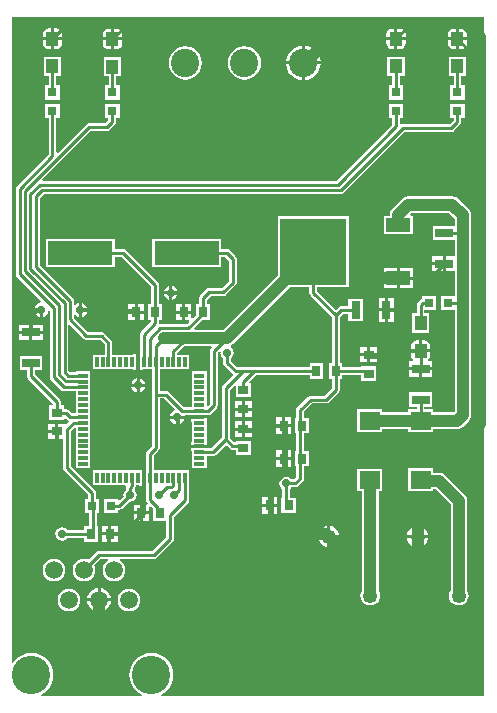
<source format=gtl>
%FSLAX44Y44*%
%MOMM*%
G71*
G01*
G75*
G04 Layer_Physical_Order=1*
G04 Layer_Color=13311*
%ADD10R,0.8000X0.9000*%
%ADD11R,0.9000X0.8000*%
%ADD12R,1.5000X0.8000*%
%ADD13R,0.8000X1.5000*%
%ADD14R,1.1000X1.2500*%
G04:AMPARAMS|DCode=15|XSize=1.25mm|YSize=1.1mm|CornerRadius=0.275mm|HoleSize=0mm|Usage=FLASHONLY|Rotation=90.000|XOffset=0mm|YOffset=0mm|HoleType=Round|Shape=RoundedRectangle|*
%AMROUNDEDRECTD15*
21,1,1.2500,0.5500,0,0,90.0*
21,1,0.7000,1.1000,0,0,90.0*
1,1,0.5500,0.2750,0.3500*
1,1,0.5500,0.2750,-0.3500*
1,1,0.5500,-0.2750,-0.3500*
1,1,0.5500,-0.2750,0.3500*
%
%ADD15ROUNDEDRECTD15*%
%ADD16R,1.6800X1.5600*%
%ADD17R,0.8000X0.8000*%
%ADD18R,0.8000X0.8000*%
%ADD19R,0.7000X0.9500*%
%ADD20R,5.6000X5.6000*%
%ADD21R,2.0000X1.2000*%
%ADD22R,5.5000X2.0000*%
%ADD23R,0.3000X0.8500*%
%ADD24R,0.8500X0.3000*%
%ADD25C,0.2540*%
%ADD26C,1.0000*%
%ADD27C,1.2500*%
%ADD28C,2.4000*%
%ADD29C,3.2500*%
%ADD30C,1.5000*%
%ADD31C,0.7000*%
G36*
X405000Y5000D02*
X131809D01*
X131491Y6270D01*
X133518Y7353D01*
X136335Y9665D01*
X138647Y12482D01*
X140365Y15696D01*
X141422Y19183D01*
X141779Y22810D01*
X141422Y26437D01*
X140365Y29924D01*
X138647Y33138D01*
X136335Y35955D01*
X133518Y38267D01*
X130304Y39985D01*
X126817Y41042D01*
X123190Y41399D01*
X119563Y41042D01*
X116076Y39985D01*
X112862Y38267D01*
X110045Y35955D01*
X107733Y33138D01*
X106016Y29924D01*
X104958Y26437D01*
X104600Y22810D01*
X104958Y19183D01*
X106016Y15696D01*
X107733Y12482D01*
X110045Y9665D01*
X112862Y7353D01*
X114889Y6270D01*
X114571Y5000D01*
X30209D01*
X29891Y6270D01*
X31918Y7353D01*
X34735Y9665D01*
X37047Y12482D01*
X38765Y15696D01*
X39822Y19183D01*
X40180Y22810D01*
X39822Y26437D01*
X38765Y29924D01*
X37047Y33138D01*
X34735Y35955D01*
X31918Y38267D01*
X28704Y39985D01*
X25217Y41042D01*
X21590Y41399D01*
X17963Y41042D01*
X14476Y39985D01*
X11262Y38267D01*
X8445Y35955D01*
X6270Y33304D01*
X5000Y33443D01*
Y580000D01*
X405000D01*
Y5000D01*
D02*
G37*
%LPC*%
G36*
X199730Y237540D02*
X193960D01*
Y232270D01*
X199730D01*
Y237540D01*
D02*
G37*
G36*
X41730Y235540D02*
X35960D01*
Y230270D01*
X41730D01*
Y235540D01*
D02*
G37*
G36*
X241540Y232730D02*
X236270D01*
Y226960D01*
X241540D01*
Y232730D01*
D02*
G37*
G36*
X208040Y237540D02*
X202270D01*
Y232270D01*
X208040D01*
Y237540D01*
D02*
G37*
G36*
X233730Y241040D02*
X228460D01*
Y235270D01*
X233730D01*
Y241040D01*
D02*
G37*
G36*
X150906Y239730D02*
X146270D01*
Y235094D01*
X147357Y235310D01*
X149355Y236645D01*
X150689Y238643D01*
X150906Y239730D01*
D02*
G37*
G36*
X143730D02*
X139094D01*
X139310Y238643D01*
X140645Y236645D01*
X142643Y235310D01*
X143730Y235094D01*
Y239730D01*
D02*
G37*
G36*
X233730Y232730D02*
X228460D01*
Y226960D01*
X233730D01*
Y232730D01*
D02*
G37*
G36*
X241540Y213040D02*
X236270D01*
Y207270D01*
X241540D01*
Y213040D01*
D02*
G37*
G36*
X233730D02*
X228460D01*
Y207270D01*
X233730D01*
Y213040D01*
D02*
G37*
G36*
X241540Y204730D02*
X236270D01*
Y198960D01*
X241540D01*
Y204730D01*
D02*
G37*
G36*
X170590Y239990D02*
X157010D01*
Y237220D01*
X157550D01*
Y232760D01*
Y227760D01*
Y222760D01*
Y220300D01*
X157010D01*
Y217530D01*
X170590D01*
Y220300D01*
X170050D01*
Y222760D01*
Y227760D01*
Y232760D01*
Y237220D01*
X170590D01*
Y239990D01*
D02*
G37*
G36*
X208040Y229730D02*
X202270D01*
Y224460D01*
X208040D01*
Y229730D01*
D02*
G37*
G36*
X199730D02*
X193960D01*
Y224460D01*
X199730D01*
Y229730D01*
D02*
G37*
G36*
X41730Y227730D02*
X35960D01*
Y222460D01*
X41730D01*
Y227730D01*
D02*
G37*
G36*
X349730Y280730D02*
X340960D01*
Y275460D01*
X349730D01*
Y280730D01*
D02*
G37*
G36*
X113270Y273906D02*
Y269270D01*
X117906D01*
X117690Y270357D01*
X116355Y272355D01*
X114357Y273689D01*
X113270Y273906D01*
D02*
G37*
G36*
X110730D02*
X109643Y273689D01*
X107645Y272355D01*
X106311Y270357D01*
X106094Y269270D01*
X110730D01*
Y273906D01*
D02*
G37*
G36*
X361040Y280730D02*
X352270D01*
Y275460D01*
X361040D01*
Y280730D01*
D02*
G37*
G36*
X314040Y292730D02*
X308270D01*
Y287460D01*
X314040D01*
Y292730D01*
D02*
G37*
G36*
X305730D02*
X299960D01*
Y287460D01*
X305730D01*
Y292730D01*
D02*
G37*
G36*
X359144Y295980D02*
X342856D01*
Y293750D01*
X343267Y291686D01*
X344436Y289936D01*
X344625Y289810D01*
X344240Y288540D01*
X340960D01*
Y283270D01*
X361040D01*
Y288540D01*
X357760D01*
X357375Y289810D01*
X357564Y289936D01*
X358733Y291686D01*
X359144Y293750D01*
Y295980D01*
D02*
G37*
G36*
X117906Y266730D02*
X113270D01*
Y262094D01*
X114357Y262310D01*
X116355Y263645D01*
X117690Y265643D01*
X117906Y266730D01*
D02*
G37*
G36*
X208040Y246730D02*
X202270D01*
Y241460D01*
X208040D01*
Y246730D01*
D02*
G37*
G36*
X199730D02*
X193960D01*
Y241460D01*
X199730D01*
Y246730D01*
D02*
G37*
G36*
X241540Y241040D02*
X236270D01*
Y235270D01*
X241540D01*
Y241040D01*
D02*
G37*
G36*
X378000Y428060D02*
X340500D01*
X338673Y427820D01*
X336970Y427114D01*
X335508Y425992D01*
X328308Y418793D01*
X328074Y418488D01*
X327258Y417672D01*
X326135Y416209D01*
X325430Y414506D01*
X325190Y412679D01*
Y411750D01*
X320250D01*
Y395750D01*
X344250D01*
Y411750D01*
X342894D01*
X342408Y412923D01*
X343424Y413940D01*
X375075D01*
X379940Y409076D01*
Y403000D01*
X361500D01*
Y391000D01*
X379940D01*
Y377540D01*
X372270D01*
Y371000D01*
Y364460D01*
X379940D01*
Y344000D01*
X368000D01*
Y332000D01*
X379940D01*
Y245924D01*
X379076Y245060D01*
X361400D01*
Y247800D01*
X354334D01*
Y250000D01*
X360500D01*
Y262000D01*
X341500D01*
Y250000D01*
X347666D01*
Y247800D01*
X340600D01*
Y245060D01*
X318400D01*
Y247800D01*
X297600D01*
Y228200D01*
X318400D01*
Y230940D01*
X340600D01*
Y228200D01*
X361400D01*
Y230940D01*
X382000D01*
X383827Y231180D01*
X385530Y231886D01*
X386992Y233008D01*
X391992Y238008D01*
X393115Y239470D01*
X393820Y241173D01*
X394060Y243000D01*
Y397000D01*
Y412000D01*
X393820Y413827D01*
X393115Y415530D01*
X391992Y416992D01*
X382993Y425992D01*
X381530Y427114D01*
X379827Y427820D01*
X378000Y428060D01*
D02*
G37*
G36*
X110730Y266730D02*
X106094D01*
X106311Y265643D01*
X107645Y263645D01*
X109643Y262310D01*
X110730Y262094D01*
Y266730D01*
D02*
G37*
G36*
X208040Y254540D02*
X202270D01*
Y249270D01*
X208040D01*
Y254540D01*
D02*
G37*
G36*
X199730D02*
X193960D01*
Y249270D01*
X199730D01*
Y254540D01*
D02*
G37*
G36*
X282197Y138729D02*
X274769D01*
Y131301D01*
X275793Y131436D01*
X277932Y132321D01*
X279768Y133730D01*
X281177Y135567D01*
X282062Y137705D01*
X282197Y138729D01*
D02*
G37*
G36*
X272229D02*
X264800D01*
X264935Y137705D01*
X265821Y135567D01*
X267230Y133730D01*
X269066Y132321D01*
X271204Y131436D01*
X272229Y131301D01*
Y138729D01*
D02*
G37*
G36*
X40690Y121392D02*
X38210Y121065D01*
X35899Y120108D01*
X33915Y118585D01*
X32392Y116601D01*
X31435Y114290D01*
X31108Y111810D01*
X31435Y109330D01*
X32392Y107019D01*
X33915Y105035D01*
X35899Y103512D01*
X38210Y102555D01*
X40690Y102228D01*
X43170Y102555D01*
X45481Y103512D01*
X47466Y105035D01*
X48988Y107019D01*
X49946Y109330D01*
X50272Y111810D01*
X49946Y114290D01*
X48988Y116601D01*
X47466Y118585D01*
X45481Y120108D01*
X43170Y121065D01*
X40690Y121392D01*
D02*
G37*
G36*
X347229Y138729D02*
X339800D01*
X339935Y137705D01*
X340821Y135567D01*
X342229Y133730D01*
X344066Y132321D01*
X346204Y131436D01*
X347229Y131301D01*
Y138729D01*
D02*
G37*
G36*
X94550Y140970D02*
X89280D01*
Y135200D01*
X94550D01*
Y140970D01*
D02*
G37*
G36*
X86740D02*
X81470D01*
Y135200D01*
X86740D01*
Y140970D01*
D02*
G37*
G36*
X357197Y138729D02*
X349769D01*
Y131301D01*
X350793Y131436D01*
X352932Y132321D01*
X354768Y133730D01*
X356177Y135567D01*
X357062Y137705D01*
X357197Y138729D01*
D02*
G37*
G36*
X80060Y96369D02*
Y87680D01*
X88750D01*
X88572Y89031D01*
X87560Y91473D01*
X85951Y93571D01*
X83853Y95180D01*
X81411Y96192D01*
X80060Y96369D01*
D02*
G37*
G36*
X53390Y95992D02*
X50910Y95665D01*
X48599Y94708D01*
X46615Y93185D01*
X45092Y91201D01*
X44135Y88890D01*
X43808Y86410D01*
X44135Y83930D01*
X45092Y81619D01*
X46615Y79634D01*
X48599Y78112D01*
X50910Y77154D01*
X53390Y76828D01*
X55870Y77154D01*
X58181Y78112D01*
X60166Y79634D01*
X61688Y81619D01*
X62646Y83930D01*
X62972Y86410D01*
X62646Y88890D01*
X61688Y91201D01*
X60166Y93185D01*
X58181Y94708D01*
X55870Y95665D01*
X53390Y95992D01*
D02*
G37*
G36*
X88750Y85140D02*
X80060D01*
Y76451D01*
X81411Y76628D01*
X83853Y77640D01*
X85951Y79249D01*
X87560Y81347D01*
X88572Y83789D01*
X88750Y85140D01*
D02*
G37*
G36*
X77520D02*
X68831D01*
X69008Y83789D01*
X70020Y81347D01*
X71629Y79249D01*
X73727Y77640D01*
X76169Y76628D01*
X77520Y76451D01*
Y85140D01*
D02*
G37*
G36*
X104190Y95992D02*
X101710Y95665D01*
X99399Y94708D01*
X97415Y93185D01*
X95892Y91201D01*
X94935Y88890D01*
X94608Y86410D01*
X94935Y83930D01*
X95892Y81619D01*
X97415Y79634D01*
X99399Y78112D01*
X101710Y77154D01*
X104190Y76828D01*
X106670Y77154D01*
X108981Y78112D01*
X110965Y79634D01*
X112488Y81619D01*
X113446Y83930D01*
X113772Y86410D01*
X113446Y88890D01*
X112488Y91201D01*
X110965Y93185D01*
X108981Y94708D01*
X106670Y95665D01*
X104190Y95992D01*
D02*
G37*
G36*
X77520Y96369D02*
X76169Y96192D01*
X73727Y95180D01*
X71629Y93571D01*
X70020Y91473D01*
X69008Y89031D01*
X68831Y87680D01*
X77520D01*
Y96369D01*
D02*
G37*
G36*
X361400Y197800D02*
X340600D01*
Y178200D01*
X361400D01*
Y179940D01*
X364076D01*
X376438Y167577D01*
Y94350D01*
X376292Y94160D01*
X375461Y92153D01*
X375177Y89999D01*
X375461Y87846D01*
X376292Y85839D01*
X377615Y84115D01*
X379338Y82793D01*
X381345Y81962D01*
X383499Y81678D01*
X385652Y81962D01*
X387659Y82793D01*
X389383Y84115D01*
X390705Y85839D01*
X391536Y87846D01*
X391820Y89999D01*
X391536Y92153D01*
X390705Y94160D01*
X390559Y94350D01*
Y170501D01*
X390318Y172329D01*
X389613Y174032D01*
X388491Y175494D01*
X371992Y191992D01*
X370530Y193114D01*
X368827Y193820D01*
X367000Y194060D01*
X361400D01*
Y197800D01*
D02*
G37*
G36*
X318400D02*
X297600D01*
Y178200D01*
X301438D01*
Y94350D01*
X301292Y94160D01*
X300461Y92153D01*
X300177Y89999D01*
X300461Y87846D01*
X301292Y85839D01*
X302615Y84115D01*
X304338Y82793D01*
X306345Y81962D01*
X308499Y81678D01*
X310652Y81962D01*
X312659Y82793D01*
X314383Y84115D01*
X315705Y85839D01*
X316536Y87846D01*
X316820Y89999D01*
X316536Y92153D01*
X315705Y94160D01*
X315559Y94350D01*
Y178200D01*
X318400D01*
Y197800D01*
D02*
G37*
G36*
X113480Y167040D02*
X108210D01*
Y161270D01*
X113480D01*
Y167040D01*
D02*
G37*
G36*
X229790Y165230D02*
X224520D01*
Y159460D01*
X229790D01*
Y165230D01*
D02*
G37*
G36*
X221980D02*
X216710D01*
Y159460D01*
X221980D01*
Y165230D01*
D02*
G37*
G36*
Y173540D02*
X216710D01*
Y167770D01*
X221980D01*
Y173540D01*
D02*
G37*
G36*
X233730Y204730D02*
X228460D01*
Y198960D01*
X233730D01*
Y204730D01*
D02*
G37*
G36*
X115530Y196550D02*
X112760D01*
Y196010D01*
X73300D01*
Y183510D01*
X101217D01*
X101918Y182278D01*
X101913Y182240D01*
X101666Y181000D01*
Y179387D01*
X101035Y178965D01*
X99819Y177146D01*
X99392Y175000D01*
X99540Y174255D01*
X96173Y170888D01*
X95000Y171374D01*
Y172000D01*
X83000D01*
Y160000D01*
X95000D01*
Y162666D01*
X96000D01*
X97276Y162920D01*
X98357Y163643D01*
X104255Y169540D01*
X105000Y169392D01*
X107146Y169819D01*
X108965Y171035D01*
X110181Y172854D01*
X110608Y175000D01*
X110181Y177146D01*
X108965Y178965D01*
X108947Y179558D01*
X109069Y180424D01*
X109650Y181294D01*
X109904Y182570D01*
Y183510D01*
X112760D01*
Y182970D01*
X115530D01*
Y189760D01*
Y196550D01*
D02*
G37*
G36*
X229790Y173540D02*
X224520D01*
Y167770D01*
X229790D01*
Y173540D01*
D02*
G37*
G36*
X121290Y158730D02*
X116020D01*
Y152960D01*
X121290D01*
Y158730D01*
D02*
G37*
G36*
X347229Y148698D02*
X346204Y148563D01*
X344066Y147677D01*
X342229Y146269D01*
X340821Y144432D01*
X339935Y142294D01*
X339800Y141269D01*
X347229D01*
Y148698D01*
D02*
G37*
G36*
X274769D02*
Y141269D01*
X282197D01*
X282062Y142294D01*
X281177Y144432D01*
X279768Y146269D01*
X277932Y147677D01*
X275793Y148563D01*
X274769Y148698D01*
D02*
G37*
G36*
X272229D02*
X271204Y148563D01*
X269066Y147677D01*
X267230Y146269D01*
X265821Y144432D01*
X264935Y142294D01*
X264800Y141269D01*
X272229D01*
Y148698D01*
D02*
G37*
G36*
X349769D02*
Y141269D01*
X357197D01*
X357062Y142294D01*
X356177Y144432D01*
X354768Y146269D01*
X352932Y147677D01*
X350793Y148563D01*
X349769Y148698D01*
D02*
G37*
G36*
X113480Y158730D02*
X108210D01*
Y152960D01*
X113480D01*
Y158730D01*
D02*
G37*
G36*
X94550Y149280D02*
X89280D01*
Y143510D01*
X94550D01*
Y149280D01*
D02*
G37*
G36*
X86740D02*
X81470D01*
Y143510D01*
X86740D01*
Y149280D01*
D02*
G37*
G36*
X266428Y539750D02*
X253200D01*
Y526522D01*
X255726Y526854D01*
X259263Y528319D01*
X262300Y530650D01*
X264631Y533687D01*
X266096Y537224D01*
X266428Y539750D01*
D02*
G37*
G36*
X250660D02*
X237432D01*
X237764Y537224D01*
X239229Y533687D01*
X241560Y530650D01*
X244597Y528319D01*
X248134Y526854D01*
X250660Y526522D01*
Y539750D01*
D02*
G37*
G36*
X389770Y546410D02*
X374770D01*
Y529910D01*
X378936D01*
Y522000D01*
X376270D01*
Y510000D01*
X388270D01*
Y522000D01*
X385604D01*
Y529910D01*
X389770D01*
Y546410D01*
D02*
G37*
G36*
X151930Y555141D02*
X148275Y554660D01*
X144870Y553249D01*
X141945Y551005D01*
X139701Y548080D01*
X138290Y544675D01*
X137809Y541020D01*
X138290Y537365D01*
X139701Y533960D01*
X141945Y531035D01*
X144870Y528791D01*
X148275Y527380D01*
X151930Y526899D01*
X155585Y527380D01*
X158990Y528791D01*
X161915Y531035D01*
X164159Y533960D01*
X165570Y537365D01*
X166051Y541020D01*
X165570Y544675D01*
X164159Y548080D01*
X161915Y551005D01*
X158990Y553249D01*
X155585Y554660D01*
X151930Y555141D01*
D02*
G37*
G36*
X253200Y555518D02*
Y542290D01*
X266428D01*
X266096Y544816D01*
X264631Y548353D01*
X262300Y551390D01*
X259263Y553721D01*
X255726Y555186D01*
X253200Y555518D01*
D02*
G37*
G36*
X250660D02*
X248134Y555186D01*
X244597Y553721D01*
X241560Y551390D01*
X239229Y548353D01*
X237764Y544816D01*
X237432Y542290D01*
X250660D01*
Y555518D01*
D02*
G37*
G36*
X201930Y555141D02*
X198275Y554660D01*
X194870Y553249D01*
X191945Y551005D01*
X189701Y548080D01*
X188290Y544675D01*
X187809Y541020D01*
X188290Y537365D01*
X189701Y533960D01*
X191945Y531035D01*
X194870Y528791D01*
X198275Y527380D01*
X201930Y526899D01*
X205585Y527380D01*
X208990Y528791D01*
X211915Y531035D01*
X214159Y533960D01*
X215570Y537365D01*
X216051Y541020D01*
X215570Y544675D01*
X214159Y548080D01*
X211915Y551005D01*
X208990Y553249D01*
X205585Y554660D01*
X201930Y555141D01*
D02*
G37*
G36*
X337700Y546410D02*
X322700D01*
Y529910D01*
X326866D01*
Y522000D01*
X324200D01*
Y510000D01*
X336200D01*
Y522000D01*
X333534D01*
Y529910D01*
X337700D01*
Y546410D01*
D02*
G37*
G36*
X369730Y369730D02*
X360960D01*
Y364460D01*
X369730D01*
Y369730D01*
D02*
G37*
G36*
X344790Y367290D02*
X333520D01*
Y360020D01*
X344790D01*
Y367290D01*
D02*
G37*
G36*
X330980D02*
X319710D01*
Y360020D01*
X330980D01*
Y367290D01*
D02*
G37*
G36*
X369730Y377540D02*
X360960D01*
Y372270D01*
X369730D01*
Y377540D01*
D02*
G37*
G36*
X97670Y546030D02*
X82670D01*
Y529530D01*
X86836D01*
Y522000D01*
X84170D01*
Y510000D01*
X96170D01*
Y522000D01*
X93504D01*
Y529530D01*
X97670D01*
Y546030D01*
D02*
G37*
G36*
X46870Y546410D02*
X31870D01*
Y529910D01*
X36036D01*
Y522000D01*
X33370D01*
Y510000D01*
X45370D01*
Y522000D01*
X42704D01*
Y529910D01*
X46870D01*
Y546410D01*
D02*
G37*
G36*
X388270Y506000D02*
X376270D01*
Y494000D01*
X378936D01*
Y492651D01*
X375619Y489334D01*
X336000D01*
X334804Y489096D01*
X334696Y489098D01*
X333534Y489813D01*
Y494000D01*
X336200D01*
Y506000D01*
X324200D01*
Y494000D01*
X326866D01*
Y488581D01*
X279619Y441334D01*
X31208D01*
X30722Y442507D01*
X71381Y483166D01*
X85250D01*
X86526Y483420D01*
X87607Y484142D01*
X92528Y489062D01*
X93250Y490144D01*
X93504Y491420D01*
Y494000D01*
X96170D01*
Y506000D01*
X84170D01*
Y494000D01*
X86664D01*
X86765Y492730D01*
X83869Y489834D01*
X70000D01*
X68724Y489580D01*
X67642Y488857D01*
X43877Y465092D01*
X42704Y465578D01*
Y494000D01*
X45370D01*
Y506000D01*
X33370D01*
Y494000D01*
X36036D01*
Y463671D01*
X9143Y436778D01*
X8420Y435696D01*
X8166Y434421D01*
Y362250D01*
X8420Y360974D01*
X9143Y359893D01*
X29651Y339384D01*
X29233Y338006D01*
X27643Y337690D01*
X25645Y336355D01*
X24310Y334357D01*
X24094Y333270D01*
X30000D01*
Y332000D01*
X31270D01*
Y326094D01*
X32357Y326310D01*
X34355Y327645D01*
X35689Y329643D01*
X35896Y330681D01*
X37166Y330556D01*
Y275079D01*
X37420Y273804D01*
X38142Y272722D01*
X46732Y264132D01*
X47814Y263410D01*
X49090Y263156D01*
X59050D01*
Y262760D01*
Y257760D01*
Y252760D01*
Y247760D01*
Y244594D01*
X55621D01*
X52857Y247358D01*
X51776Y248080D01*
X50500Y248334D01*
X49500D01*
Y251000D01*
X46334D01*
Y254000D01*
X46080Y255276D01*
X45357Y256357D01*
X24334Y277381D01*
Y281000D01*
X30500D01*
Y293000D01*
X11500D01*
Y281000D01*
X17666D01*
Y276000D01*
X17920Y274724D01*
X18642Y273643D01*
X39666Y252619D01*
Y251000D01*
X36500D01*
Y239000D01*
X49500D01*
Y239626D01*
X50673Y240112D01*
X51883Y238902D01*
X52787Y238298D01*
X53233Y236948D01*
X51213Y234928D01*
X50040Y235414D01*
Y235540D01*
X44270D01*
Y229000D01*
Y222460D01*
X48416D01*
Y198250D01*
X48670Y196974D01*
X49392Y195893D01*
X69666Y175619D01*
Y172000D01*
X67000D01*
Y160000D01*
X70676D01*
Y148740D01*
X66010D01*
Y145584D01*
X51887D01*
X51465Y146215D01*
X49646Y147431D01*
X47500Y147858D01*
X45354Y147431D01*
X43535Y146215D01*
X42319Y144396D01*
X41892Y142250D01*
X42319Y140104D01*
X43535Y138285D01*
X45354Y137069D01*
X47500Y136642D01*
X49646Y137069D01*
X51465Y138285D01*
X51887Y138916D01*
X66010D01*
Y135740D01*
X78010D01*
Y148740D01*
X77344D01*
Y160000D01*
X79000D01*
Y172000D01*
X76334D01*
Y177000D01*
X76080Y178276D01*
X75357Y179358D01*
X55084Y199631D01*
Y229369D01*
X57780Y232065D01*
X59050Y231539D01*
Y227760D01*
Y222760D01*
Y217760D01*
Y212760D01*
Y207760D01*
Y202760D01*
Y197760D01*
X71550D01*
Y202760D01*
Y207760D01*
Y212760D01*
Y217760D01*
Y222760D01*
Y227760D01*
Y232760D01*
Y237760D01*
Y242760D01*
Y247760D01*
Y252760D01*
Y257760D01*
Y262760D01*
Y267760D01*
Y272760D01*
Y279760D01*
X59050D01*
Y279594D01*
X54121D01*
X52914Y280801D01*
Y318712D01*
X54087Y319198D01*
X65642Y307642D01*
X66724Y306920D01*
X68000Y306666D01*
X79619D01*
X83466Y302819D01*
Y294010D01*
X80300D01*
Y294010D01*
X73300D01*
Y281510D01*
X78300D01*
Y281510D01*
X107760D01*
Y280970D01*
X110530D01*
Y287760D01*
Y294550D01*
X107760D01*
Y294010D01*
X90134D01*
Y304200D01*
X89880Y305476D01*
X89158Y306558D01*
X83357Y312358D01*
X82276Y313080D01*
X81000Y313334D01*
X69381D01*
X57454Y325261D01*
Y327284D01*
X57833Y327399D01*
X58724Y327593D01*
X60643Y326310D01*
X61730Y326094D01*
Y332000D01*
Y337906D01*
X60643Y337690D01*
X58724Y336407D01*
X57833Y336601D01*
X57454Y336716D01*
Y339630D01*
X57200Y340906D01*
X56477Y341987D01*
X28664Y369801D01*
Y426699D01*
X32091Y430126D01*
X283460D01*
X284736Y430380D01*
X285818Y431102D01*
X337381Y482666D01*
X377000D01*
X378276Y482920D01*
X379357Y483643D01*
X384627Y488913D01*
X385350Y489994D01*
X385604Y491270D01*
Y494000D01*
X388270D01*
Y506000D01*
D02*
G37*
G36*
X88900Y560010D02*
X82026D01*
Y557780D01*
X82437Y555716D01*
X83606Y553966D01*
X85356Y552797D01*
X87420Y552386D01*
X88900D01*
Y560010D01*
D02*
G37*
G36*
X42120Y570554D02*
X40640D01*
Y562930D01*
X47514D01*
Y565160D01*
X47103Y567224D01*
X45934Y568974D01*
X44184Y570143D01*
X42120Y570554D01*
D02*
G37*
G36*
X38100D02*
X36620D01*
X34556Y570143D01*
X32806Y568974D01*
X31637Y567224D01*
X31226Y565160D01*
Y562930D01*
X38100D01*
Y570554D01*
D02*
G37*
G36*
X92920Y570174D02*
X91440D01*
Y562550D01*
X98314D01*
Y564780D01*
X97903Y566844D01*
X96734Y568594D01*
X94984Y569763D01*
X92920Y570174D01*
D02*
G37*
G36*
X328930Y570554D02*
X327450D01*
X325386Y570143D01*
X323636Y568974D01*
X322467Y567224D01*
X322056Y565160D01*
Y562930D01*
X328930D01*
Y570554D01*
D02*
G37*
G36*
X385020D02*
X383540D01*
Y562930D01*
X390414D01*
Y565160D01*
X390003Y567224D01*
X388834Y568974D01*
X387084Y570143D01*
X385020Y570554D01*
D02*
G37*
G36*
X381000D02*
X379520D01*
X377456Y570143D01*
X375706Y568974D01*
X374537Y567224D01*
X374126Y565160D01*
Y562930D01*
X381000D01*
Y570554D01*
D02*
G37*
G36*
X332950D02*
X331470D01*
Y562930D01*
X338344D01*
Y565160D01*
X337933Y567224D01*
X336764Y568974D01*
X335014Y570143D01*
X332950Y570554D01*
D02*
G37*
G36*
X88900Y570174D02*
X87420D01*
X85356Y569763D01*
X83606Y568594D01*
X82437Y566844D01*
X82026Y564780D01*
Y562550D01*
X88900D01*
Y570174D01*
D02*
G37*
G36*
X47514Y560390D02*
X40640D01*
Y552766D01*
X42120D01*
X44184Y553177D01*
X45934Y554346D01*
X47103Y556096D01*
X47514Y558160D01*
Y560390D01*
D02*
G37*
G36*
X38100D02*
X31226D01*
Y558160D01*
X31637Y556096D01*
X32806Y554346D01*
X34556Y553177D01*
X36620Y552766D01*
X38100D01*
Y560390D01*
D02*
G37*
G36*
X98314Y560010D02*
X91440D01*
Y552386D01*
X92920D01*
X94984Y552797D01*
X96734Y553966D01*
X97903Y555716D01*
X98314Y557780D01*
Y560010D01*
D02*
G37*
G36*
X328930Y560390D02*
X322056D01*
Y558160D01*
X322467Y556096D01*
X323636Y554346D01*
X325386Y553177D01*
X327450Y552766D01*
X328930D01*
Y560390D01*
D02*
G37*
G36*
X390414D02*
X383540D01*
Y552766D01*
X385020D01*
X387084Y553177D01*
X388834Y554346D01*
X390003Y556096D01*
X390414Y558160D01*
Y560390D01*
D02*
G37*
G36*
X381000D02*
X374126D01*
Y558160D01*
X374537Y556096D01*
X375706Y554346D01*
X377456Y553177D01*
X379520Y552766D01*
X381000D01*
Y560390D01*
D02*
G37*
G36*
X338344D02*
X331470D01*
Y552766D01*
X332950D01*
X335014Y553177D01*
X336764Y554346D01*
X337933Y556096D01*
X338344Y558160D01*
Y560390D01*
D02*
G37*
G36*
X320730Y330730D02*
X315460D01*
Y321960D01*
X320730D01*
Y330730D01*
D02*
G37*
G36*
X290250Y411250D02*
X230250D01*
Y361235D01*
X184076Y315060D01*
X159685D01*
X159199Y316234D01*
X166465Y323500D01*
X172500D01*
Y336500D01*
X170334D01*
Y340619D01*
X173381Y343666D01*
X184000D01*
X185276Y343920D01*
X186357Y344642D01*
X194357Y352643D01*
X195080Y353724D01*
X195334Y355000D01*
Y375000D01*
X195080Y376276D01*
X194357Y377357D01*
X189357Y382357D01*
X188276Y383080D01*
X187000Y383334D01*
X182500D01*
Y392000D01*
X123500D01*
Y368000D01*
X182500D01*
Y376666D01*
X185619D01*
X188666Y373619D01*
Y356381D01*
X182619Y350334D01*
X172000D01*
X170724Y350080D01*
X169643Y349357D01*
X164643Y344357D01*
X163920Y343276D01*
X163666Y342000D01*
Y336500D01*
X160500D01*
Y326965D01*
X158213Y324678D01*
X157040Y325164D01*
Y328730D01*
X151770D01*
Y322960D01*
X154836D01*
X155322Y321787D01*
X153139Y319604D01*
X130651D01*
X130558Y319622D01*
X129574Y320700D01*
X129584Y320750D01*
Y323500D01*
X132250D01*
Y336500D01*
X129584D01*
Y353000D01*
X129330Y354276D01*
X128608Y355358D01*
X101608Y382357D01*
X100526Y383080D01*
X99250Y383334D01*
X92500D01*
Y392000D01*
X33500D01*
Y368000D01*
X92500D01*
Y376666D01*
X97869D01*
X122916Y351619D01*
Y336500D01*
X120250D01*
Y323500D01*
X122916D01*
Y322131D01*
X114212Y313428D01*
X113490Y312346D01*
X113236Y311070D01*
Y294550D01*
X113070D01*
Y287760D01*
Y280970D01*
X115840D01*
Y281510D01*
X123466D01*
Y260250D01*
Y216431D01*
X119442Y212407D01*
X118720Y211326D01*
X118466Y210050D01*
Y196550D01*
X118070D01*
Y189760D01*
Y182970D01*
X118466D01*
Y171200D01*
X118720Y169924D01*
X119442Y168843D01*
X120072Y168213D01*
X119586Y167040D01*
X116020D01*
Y161270D01*
X121290D01*
Y165336D01*
X122463Y165822D01*
X124750Y163535D01*
Y153500D01*
X135666D01*
Y139631D01*
X123869Y127834D01*
X78780D01*
X77504Y127580D01*
X76423Y126858D01*
X70027Y120462D01*
X68570Y121065D01*
X66090Y121392D01*
X63610Y121065D01*
X61299Y120108D01*
X59315Y118585D01*
X57792Y116601D01*
X56835Y114290D01*
X56508Y111810D01*
X56835Y109330D01*
X57792Y107019D01*
X59315Y105035D01*
X61299Y103512D01*
X63610Y102555D01*
X66090Y102228D01*
X68570Y102555D01*
X70881Y103512D01*
X72866Y105035D01*
X74388Y107019D01*
X75346Y109330D01*
X75672Y111810D01*
X75346Y114290D01*
X74742Y115747D01*
X80161Y121166D01*
X86097D01*
X86125Y121117D01*
X86423Y119896D01*
X84715Y118585D01*
X83192Y116601D01*
X82235Y114290D01*
X81908Y111810D01*
X82235Y109330D01*
X83192Y107019D01*
X84715Y105035D01*
X86699Y103512D01*
X89010Y102555D01*
X91490Y102228D01*
X93970Y102555D01*
X96281Y103512D01*
X98265Y105035D01*
X99788Y107019D01*
X100745Y109330D01*
X101072Y111810D01*
X100745Y114290D01*
X99788Y116601D01*
X98265Y118585D01*
X96558Y119896D01*
X96855Y121117D01*
X96883Y121166D01*
X125250D01*
X126526Y121420D01*
X127607Y122142D01*
X141358Y135892D01*
X142080Y136974D01*
X142334Y138250D01*
Y156619D01*
X154157Y168442D01*
X154591Y169091D01*
X154880Y169524D01*
X155134Y170800D01*
Y183510D01*
X155300D01*
Y196010D01*
X125134D01*
Y208669D01*
X129157Y212692D01*
X129880Y213774D01*
X130134Y215050D01*
Y256916D01*
X133943D01*
X142990Y247869D01*
X142482Y246581D01*
X140645Y245355D01*
X139310Y243357D01*
X139094Y242270D01*
X151238D01*
X151776Y242926D01*
X157010D01*
Y242530D01*
X170590D01*
Y242926D01*
X171260D01*
X172536Y243180D01*
X173617Y243902D01*
X178358Y248643D01*
X179080Y249724D01*
X179334Y251000D01*
Y295619D01*
X180629Y296914D01*
X181799Y296288D01*
X181642Y295500D01*
X182069Y293354D01*
X183285Y291535D01*
X183916Y291113D01*
Y287250D01*
X184170Y285974D01*
X184893Y284893D01*
X192017Y277768D01*
X192255Y277609D01*
X192380Y276345D01*
X184018Y267983D01*
X183295Y266901D01*
X183041Y265625D01*
Y223756D01*
X173879Y214594D01*
X170590D01*
Y214990D01*
X157010D01*
Y212220D01*
X157550D01*
Y207760D01*
Y202760D01*
Y197760D01*
X170050D01*
Y202760D01*
Y207760D01*
Y207926D01*
X175260D01*
X176536Y208180D01*
X177617Y208902D01*
X185740Y217025D01*
X187010D01*
X189392Y214643D01*
X190474Y213920D01*
X191750Y213666D01*
X194500D01*
Y209000D01*
X207500D01*
Y221000D01*
X194500D01*
Y220334D01*
X193131D01*
X189709Y223756D01*
Y264244D01*
X193327Y267862D01*
X194500Y267376D01*
Y258000D01*
X207500D01*
Y270000D01*
X206374D01*
X205888Y271173D01*
X211381Y276666D01*
X257250D01*
Y273250D01*
X268250D01*
Y286750D01*
X257250D01*
Y283334D01*
X210503D01*
X209875Y283459D01*
X195756D01*
X190584Y288631D01*
Y291113D01*
X191215Y291535D01*
X192431Y293354D01*
X192858Y295500D01*
X192431Y297646D01*
X191215Y299465D01*
X189987Y300286D01*
X190128Y301719D01*
X190530Y301886D01*
X191992Y303008D01*
X240235Y351250D01*
X256916D01*
Y346250D01*
X257170Y344974D01*
X257892Y343893D01*
X275916Y325869D01*
Y286750D01*
X273750D01*
Y273250D01*
X275916D01*
Y265631D01*
X269619Y259334D01*
X258000D01*
X256724Y259080D01*
X255643Y258358D01*
X246642Y249357D01*
X245920Y248276D01*
X245666Y247000D01*
Y240500D01*
X245000D01*
Y227500D01*
X245666D01*
Y212500D01*
X245000D01*
Y199500D01*
X245666D01*
Y190381D01*
X243619Y188334D01*
X241387D01*
X240965Y188965D01*
X239146Y190181D01*
X237000Y190608D01*
X234854Y190181D01*
X233035Y188965D01*
X231819Y187146D01*
X231392Y185000D01*
X231819Y182854D01*
X233035Y181035D01*
X233666Y180613D01*
Y173000D01*
X233250D01*
Y160000D01*
X245250D01*
Y173000D01*
X240334D01*
Y180613D01*
X240965Y181035D01*
X241387Y181666D01*
X245000D01*
X246276Y181920D01*
X247358Y182642D01*
X251357Y186642D01*
X252080Y187724D01*
X252334Y189000D01*
Y199500D01*
X257000D01*
Y212500D01*
X252334D01*
Y227500D01*
X257000D01*
Y240500D01*
X252334D01*
Y245619D01*
X259381Y252666D01*
X271000D01*
X272276Y252920D01*
X273358Y253643D01*
X281607Y261893D01*
X282330Y262974D01*
X282584Y264250D01*
Y273250D01*
X284750D01*
Y276666D01*
X300500D01*
Y272000D01*
X313500D01*
Y284000D01*
X300500D01*
Y283334D01*
X284750D01*
Y286750D01*
X282584D01*
Y325869D01*
X285381Y328666D01*
X290000D01*
Y322500D01*
X302000D01*
Y341500D01*
X290000D01*
Y335334D01*
X284000D01*
X282724Y335080D01*
X281642Y334357D01*
X279250Y331965D01*
X263584Y347631D01*
Y351250D01*
X290250D01*
Y411250D01*
D02*
G37*
G36*
X31040Y319540D02*
X22270D01*
Y314270D01*
X31040D01*
Y319540D01*
D02*
G37*
G36*
X328540Y330730D02*
X323270D01*
Y321960D01*
X328540D01*
Y330730D01*
D02*
G37*
G36*
X149230Y328730D02*
X143960D01*
Y322960D01*
X149230D01*
Y328730D01*
D02*
G37*
G36*
X116790D02*
X111520D01*
Y322960D01*
X116790D01*
Y328730D01*
D02*
G37*
G36*
X108980D02*
X103710D01*
Y322960D01*
X108980D01*
Y328730D01*
D02*
G37*
G36*
X19730Y319540D02*
X10960D01*
Y314270D01*
X19730D01*
Y319540D01*
D02*
G37*
G36*
X349730Y306144D02*
X348250D01*
X346186Y305733D01*
X344436Y304564D01*
X343267Y302814D01*
X342856Y300750D01*
Y298520D01*
X349730D01*
Y306144D01*
D02*
G37*
G36*
X314040Y300540D02*
X308270D01*
Y295270D01*
X314040D01*
Y300540D01*
D02*
G37*
G36*
X305730D02*
X299960D01*
Y295270D01*
X305730D01*
Y300540D01*
D02*
G37*
G36*
X353750Y306144D02*
X352270D01*
Y298520D01*
X359144D01*
Y300750D01*
X358733Y302814D01*
X357564Y304564D01*
X355814Y305733D01*
X353750Y306144D01*
D02*
G37*
G36*
X364000Y344000D02*
X352000D01*
Y341135D01*
X351724Y341080D01*
X350643Y340358D01*
X348643Y338358D01*
X347920Y337276D01*
X347666Y336000D01*
Y329000D01*
X343500D01*
Y312500D01*
X358500D01*
Y329000D01*
X354334D01*
Y332000D01*
X364000D01*
Y344000D01*
D02*
G37*
G36*
X31040Y311730D02*
X22270D01*
Y306460D01*
X31040D01*
Y311730D01*
D02*
G37*
G36*
X19730D02*
X10960D01*
Y306460D01*
X19730D01*
Y311730D01*
D02*
G37*
G36*
X138230Y345230D02*
X133594D01*
X133811Y344143D01*
X135145Y342145D01*
X137143Y340810D01*
X138230Y340594D01*
Y345230D01*
D02*
G37*
G36*
X145406D02*
X140770D01*
Y340594D01*
X141857Y340810D01*
X143855Y342145D01*
X145190Y344143D01*
X145406Y345230D01*
D02*
G37*
G36*
X328540Y342040D02*
X323270D01*
Y333270D01*
X328540D01*
Y342040D01*
D02*
G37*
G36*
X64270Y337906D02*
Y333270D01*
X68906D01*
X68690Y334357D01*
X67355Y336355D01*
X65357Y337690D01*
X64270Y337906D01*
D02*
G37*
G36*
X330980Y357480D02*
X319710D01*
Y350210D01*
X330980D01*
Y357480D01*
D02*
G37*
G36*
X344790D02*
X333520D01*
Y350210D01*
X344790D01*
Y357480D01*
D02*
G37*
G36*
X138230Y352406D02*
X137143Y352189D01*
X135145Y350855D01*
X133811Y348857D01*
X133594Y347770D01*
X138230D01*
Y352406D01*
D02*
G37*
G36*
X140770D02*
Y347770D01*
X145406D01*
X145190Y348857D01*
X143855Y350855D01*
X141857Y352189D01*
X140770Y352406D01*
D02*
G37*
G36*
X108980Y337040D02*
X103710D01*
Y331270D01*
X108980D01*
Y337040D01*
D02*
G37*
G36*
X116790D02*
X111520D01*
Y331270D01*
X116790D01*
Y337040D01*
D02*
G37*
G36*
X28730Y330730D02*
X24094D01*
X24310Y329643D01*
X25645Y327645D01*
X27643Y326310D01*
X28730Y326094D01*
Y330730D01*
D02*
G37*
G36*
X68906D02*
X64270D01*
Y326094D01*
X65357Y326310D01*
X67355Y327645D01*
X68690Y329643D01*
X68906Y330730D01*
D02*
G37*
G36*
X320730Y342040D02*
X315460D01*
Y333270D01*
X320730D01*
Y342040D01*
D02*
G37*
G36*
X157040Y337040D02*
X151770D01*
Y331270D01*
X157040D01*
Y337040D01*
D02*
G37*
G36*
X149230D02*
X143960D01*
Y331270D01*
X149230D01*
Y337040D01*
D02*
G37*
%LPD*%
G36*
X174051Y299766D02*
X173643Y299357D01*
X172920Y298276D01*
X172666Y297000D01*
Y252381D01*
X171223Y250938D01*
X170050Y251424D01*
Y252760D01*
Y257760D01*
Y262760D01*
Y267760D01*
Y272760D01*
Y279760D01*
X157550D01*
Y272760D01*
Y267760D01*
Y262760D01*
Y257760D01*
Y252760D01*
Y249594D01*
X150695D01*
X137682Y262607D01*
X136600Y263330D01*
X135324Y263584D01*
X130134D01*
Y281510D01*
X155300D01*
Y294010D01*
X145134D01*
Y295419D01*
X150655Y300940D01*
X173565D01*
X174051Y299766D01*
D02*
G37*
D10*
X223250Y166500D02*
D03*
X239250D02*
D03*
X235000Y206000D02*
D03*
X251000D02*
D03*
X114750Y160000D02*
D03*
X130750D02*
D03*
X166500Y330000D02*
D03*
X150500D02*
D03*
X235000Y234000D02*
D03*
X251000D02*
D03*
X126250Y330000D02*
D03*
X110250D02*
D03*
X88010Y142240D02*
D03*
X72010D02*
D03*
D11*
X307000Y294000D02*
D03*
Y278000D02*
D03*
X201000Y248000D02*
D03*
Y264000D02*
D03*
X43000Y229000D02*
D03*
Y245000D02*
D03*
X201000Y231000D02*
D03*
Y215000D02*
D03*
D12*
X351000Y256000D02*
D03*
X351000Y282000D02*
D03*
X371000Y397000D02*
D03*
X371000Y371000D02*
D03*
X21000Y287000D02*
D03*
X21000Y313000D02*
D03*
D13*
X296000Y332000D02*
D03*
X322000Y332000D02*
D03*
D14*
X330200Y538160D02*
D03*
X90170Y537780D02*
D03*
X39370Y538160D02*
D03*
X351000Y320750D02*
D03*
X382270Y538160D02*
D03*
D15*
X330200Y561660D02*
D03*
X90170Y561280D02*
D03*
X39370Y561660D02*
D03*
X351000Y297250D02*
D03*
X382270Y561660D02*
D03*
D16*
X308000Y188000D02*
D03*
Y238000D02*
D03*
X351000D02*
D03*
Y188000D02*
D03*
D17*
X330200Y500000D02*
D03*
Y516000D02*
D03*
X90170Y500000D02*
D03*
Y516000D02*
D03*
X39370Y500000D02*
D03*
Y516000D02*
D03*
X382270Y500000D02*
D03*
Y516000D02*
D03*
D18*
X73000Y166000D02*
D03*
X89000D02*
D03*
X374000Y338000D02*
D03*
X358000D02*
D03*
D19*
X262750Y280000D02*
D03*
X279250D02*
D03*
D20*
X260250Y381250D02*
D03*
D21*
X332250Y403750D02*
D03*
Y358750D02*
D03*
D22*
X63000Y380000D02*
D03*
X153000D02*
D03*
D23*
X76800Y189760D02*
D03*
X81800D02*
D03*
X86800D02*
D03*
X91800D02*
D03*
X96800D02*
D03*
X101800D02*
D03*
X106800D02*
D03*
X111800D02*
D03*
X116800D02*
D03*
X121800D02*
D03*
X126800D02*
D03*
X131800D02*
D03*
X136800D02*
D03*
X141800D02*
D03*
X146800D02*
D03*
X151800D02*
D03*
X151800Y287760D02*
D03*
X146800D02*
D03*
X141800D02*
D03*
X136800D02*
D03*
X131800D02*
D03*
X126800D02*
D03*
X121800D02*
D03*
X116800D02*
D03*
X111800D02*
D03*
X106800D02*
D03*
X101800D02*
D03*
X96800D02*
D03*
X91800D02*
D03*
X86800D02*
D03*
X81800D02*
D03*
X76800Y287760D02*
D03*
D24*
X163800Y201260D02*
D03*
Y206260D02*
D03*
Y211260D02*
D03*
Y216260D02*
D03*
Y221260D02*
D03*
Y226260D02*
D03*
Y231260D02*
D03*
Y236260D02*
D03*
Y241260D02*
D03*
Y246260D02*
D03*
Y251260D02*
D03*
Y256260D02*
D03*
Y261260D02*
D03*
Y266260D02*
D03*
Y271260D02*
D03*
Y276260D02*
D03*
X65300D02*
D03*
Y271260D02*
D03*
Y266260D02*
D03*
Y261260D02*
D03*
Y256260D02*
D03*
Y251260D02*
D03*
Y246260D02*
D03*
Y241260D02*
D03*
Y236260D02*
D03*
Y231260D02*
D03*
Y226260D02*
D03*
Y221260D02*
D03*
Y216260D02*
D03*
Y211260D02*
D03*
Y206260D02*
D03*
Y201260D02*
D03*
D25*
X167000Y328750D02*
Y342000D01*
X154520Y316270D02*
X167000Y328750D01*
Y342000D02*
X172000Y347000D01*
X149750Y330000D02*
Y343250D01*
X147000Y346000D02*
X149750Y343250D01*
X126250Y320750D02*
Y330000D01*
X116570Y311070D02*
X126250Y320750D01*
X116570Y287990D02*
Y311070D01*
X99250Y380000D02*
X126250Y353000D01*
Y330000D02*
Y353000D01*
X110250Y330000D02*
X111800Y328450D01*
X288070Y199070D02*
X330930D01*
X246000Y157000D02*
X288070Y199070D01*
X226000Y157000D02*
X246000D01*
X74000Y142250D02*
X74010Y142240D01*
X47500Y142250D02*
X74000D01*
X63000Y380000D02*
X99250D01*
X140000Y346000D02*
X147000D01*
X139500Y346500D02*
X140000Y346000D01*
X39370Y462290D02*
Y500000D01*
X16250Y364500D02*
Y432750D01*
X121800Y287760D02*
Y307495D01*
X130575Y316270D01*
X154520D01*
X187250Y287250D02*
Y295500D01*
Y287250D02*
X194375Y280125D01*
X129250Y159250D02*
X129250D01*
X128625Y159875D02*
X129250Y159250D01*
X128625Y159875D02*
Y164375D01*
X121800Y171200D02*
X128625Y164375D01*
X117250Y159250D02*
Y160000D01*
X116800Y160450D02*
X117250Y160000D01*
X116800Y160450D02*
Y189760D01*
X115500Y159250D02*
X117250D01*
X98490Y142240D02*
X115500Y159250D01*
X86010Y142240D02*
X98490D01*
X129500Y175250D02*
X136279Y182029D01*
X140279D01*
X141570Y183320D01*
X142259Y175259D02*
X146800Y179800D01*
X141570Y183320D02*
Y189530D01*
X194375Y280125D02*
X200875D01*
X226250Y234000D02*
X237000D01*
X221250Y229000D02*
X226250Y234000D01*
X201000Y229000D02*
X221250D01*
X201000D02*
Y250000D01*
X201000Y271000D02*
X210000Y280000D01*
X200875Y280125D02*
X209875D01*
X201000Y262000D02*
Y271000D01*
X186375Y265625D02*
X200875Y280125D01*
X186375Y222375D02*
Y265625D01*
Y222375D02*
X191750Y217000D01*
X163800Y211260D02*
X175260D01*
X186375Y222375D01*
X191750Y217000D02*
X201000D01*
X210000Y280000D02*
X262750D01*
X237000Y166750D02*
X237250Y166500D01*
X237000Y166750D02*
Y185000D01*
X32250Y147250D02*
Y164610D01*
Y133815D02*
Y147250D01*
X12250D02*
X32250D01*
Y164610D02*
X43000Y175360D01*
X32250Y133815D02*
X35635Y130430D01*
X57260Y236260D02*
X65300D01*
X51750Y230750D02*
X57260Y236260D01*
X51750Y198250D02*
Y230750D01*
Y198250D02*
X73000Y177000D01*
Y166000D02*
Y177000D01*
X96000Y166000D02*
X105000Y175000D01*
X89000Y166000D02*
X96000D01*
X74010Y142240D02*
Y164990D01*
X86010Y134444D02*
Y142240D01*
X81996Y130430D02*
X86010Y134444D01*
X35635Y130430D02*
X81996D01*
X66090Y111810D02*
X78780Y124500D01*
X125250D01*
X139000Y138250D01*
X43000Y175360D02*
Y231000D01*
X139000Y138250D02*
Y158000D01*
X121800Y171200D02*
Y189760D01*
X139000Y158000D02*
X151800Y170800D01*
X54240Y241260D02*
X65300D01*
X126800Y215050D02*
Y260250D01*
X121800Y210050D02*
X126800Y215050D01*
X121800Y189760D02*
Y210050D01*
X126800Y260250D02*
Y287760D01*
X149314Y246260D02*
X163800D01*
X135324Y260250D02*
X149314Y246260D01*
X126800Y260250D02*
X135324D01*
X127030Y301030D02*
X134000Y308000D01*
X127030Y287990D02*
Y301030D01*
X141800Y296800D02*
X150000Y305000D01*
X145260Y222740D02*
X151740Y216260D01*
X163800D01*
X112000Y215000D02*
Y268000D01*
Y215000D02*
X116800Y210200D01*
X176000Y297000D02*
X187000Y308000D01*
X176000Y251000D02*
Y297000D01*
X171260Y246260D02*
X176000Y251000D01*
X141800Y287760D02*
Y296800D01*
X116800Y189760D02*
Y210200D01*
X111800Y268200D02*
X112000Y268000D01*
X111800Y268200D02*
Y287760D01*
X145260Y241260D02*
X163800D01*
Y246260D02*
X171260D01*
X126800Y287760D02*
X127030Y287990D01*
X237000Y194574D02*
Y234000D01*
X249000Y189000D02*
Y247000D01*
X245000Y185000D02*
X249000Y189000D01*
X237000Y185000D02*
X245000D01*
X332250Y335250D02*
Y358750D01*
X329000Y332000D02*
X332250Y335250D01*
X322000Y332000D02*
X329000D01*
X330930Y199070D02*
X331000Y199000D01*
X325000Y292000D02*
X330250Y297250D01*
X307000Y292000D02*
X325000D01*
X322000Y305500D02*
X330250Y297250D01*
X322000Y305500D02*
Y332000D01*
X330250Y297250D02*
X351000D01*
Y282000D02*
Y297250D01*
X172000Y347000D02*
X184000D01*
X105000Y175000D02*
Y181000D01*
X106570Y182570D01*
Y189530D01*
X86800Y287760D02*
Y304200D01*
X81000Y310000D02*
X86800Y304200D01*
X68000Y310000D02*
X81000D01*
X283460Y433460D02*
X336000Y486000D01*
X377000D01*
X382270Y491270D01*
Y500000D01*
X281000Y438000D02*
X330200Y487200D01*
Y500000D01*
X52740Y276260D02*
X65300D01*
X49090Y266490D02*
X65070D01*
X50510Y271490D02*
X65070D01*
X21000Y327000D02*
X26000Y332000D01*
X21000Y276000D02*
X43000Y254000D01*
X21000Y276000D02*
Y287000D01*
Y313000D02*
Y327000D01*
X39370Y516000D02*
Y538160D01*
X90170Y516000D02*
Y537780D01*
X106570Y189530D02*
X106800Y189760D01*
X146800Y179800D02*
Y189760D01*
X141570Y189530D02*
X141800Y189760D01*
X151800Y170800D02*
Y189760D01*
X279250Y280000D02*
Y327250D01*
Y280000D02*
X307000D01*
X249000Y247000D02*
X258000Y256000D01*
X271000D01*
X279250Y264250D01*
Y280000D01*
X351000Y320750D02*
Y336000D01*
X353000Y338000D01*
X358000D01*
X260250Y346250D02*
X279250Y327250D01*
X260250Y346250D02*
Y381250D01*
X284000Y332000D02*
X296000D01*
X279250Y327250D02*
X284000Y332000D01*
X351000Y238000D02*
Y256000D01*
X382270Y561660D02*
X401000Y542930D01*
X330200Y561660D02*
X343000Y574460D01*
X90170Y561280D02*
X103890Y575000D01*
X39370Y561660D02*
X52000Y574290D01*
X374000Y338000D02*
X386000D01*
X371000Y397000D02*
X387000D01*
X358750Y358750D02*
X371000Y371000D01*
X332250Y358750D02*
X358750D01*
X330200Y516000D02*
Y538160D01*
X382270Y516000D02*
Y538160D01*
X111800Y287760D02*
Y328450D01*
X184000Y347000D02*
X192000Y355000D01*
Y375000D01*
X187000Y380000D02*
X192000Y375000D01*
X153000Y380000D02*
X187000D01*
X145260Y222740D02*
Y241260D01*
X43000Y245000D02*
Y254000D01*
Y245000D02*
X50500D01*
X54240Y241260D01*
X63000Y332000D02*
X108250D01*
X40500Y275079D02*
X49090Y266490D01*
X40500Y275079D02*
Y333250D01*
X45040Y276960D02*
X50510Y271490D01*
X49580Y279420D02*
X52740Y276260D01*
X54120Y323880D02*
X68000Y310000D01*
X54120Y323880D02*
Y339630D01*
X49580Y279420D02*
Y337590D01*
X45040Y276960D02*
Y335710D01*
X16250Y364500D02*
X45040Y335710D01*
X20790Y366381D02*
X49580Y337590D01*
X25330Y368420D02*
X54120Y339630D01*
X20790Y366381D02*
Y430290D01*
X28500Y438000D01*
X281000D01*
X25330Y368420D02*
Y428080D01*
X30710Y433460D01*
X283460D01*
X16250Y432750D02*
X70000Y486500D01*
X85250D01*
X90170Y491420D01*
Y500000D01*
X11500Y362250D02*
X40500Y333250D01*
X11500Y362250D02*
Y434421D01*
X39370Y462290D01*
X225250Y182824D02*
X237000Y194574D01*
X225250Y157750D02*
X226000Y157000D01*
X225250Y157750D02*
Y182824D01*
D26*
X332250Y412679D02*
X333300Y413729D01*
X332250Y403750D02*
Y412679D01*
X333300Y413729D02*
Y413800D01*
X340500Y421000D01*
X318250Y358750D02*
X332250D01*
X308000Y369000D02*
X318250Y358750D01*
X308000Y369000D02*
Y414000D01*
X204499Y68499D02*
Y119249D01*
X184000Y48000D02*
X204499Y68499D01*
X58250Y48000D02*
X184000D01*
X227750Y142500D02*
X270998D01*
X204499Y119249D02*
X227750Y142500D01*
X270998D02*
X273499Y139999D01*
X292000Y84000D02*
Y121498D01*
X273499Y139999D02*
X292000Y121498D01*
X78790Y66960D02*
X97250Y48500D01*
X78790Y66960D02*
Y86410D01*
X12250Y94000D02*
Y147250D01*
Y94000D02*
X58250Y48000D01*
X134000Y308000D02*
X187000D01*
X260250Y381250D01*
X331000Y199000D02*
X346000Y214000D01*
X380000D02*
X401000Y235000D01*
X346000Y214000D02*
X380000D01*
X351000Y238000D02*
X382000D01*
X315000D02*
X351000D01*
X383499Y89999D02*
Y170501D01*
X367000Y187000D02*
X383499Y170501D01*
X351000Y187000D02*
X367000D01*
X331000Y169000D02*
Y199000D01*
X382000Y238000D02*
X387000Y243000D01*
X348499Y127499D02*
Y139999D01*
X324000Y103000D02*
X348499Y127499D01*
X324000Y83000D02*
Y103000D01*
X348499Y139999D02*
Y151501D01*
X331000Y169000D02*
X348499Y151501D01*
X401000Y542930D02*
Y563000D01*
Y418970D02*
Y542930D01*
X287000Y575000D02*
X389000D01*
X103890D02*
X287000D01*
X253020Y541020D02*
X287000Y575000D01*
X251930Y541020D02*
X253020D01*
X52000Y575000D02*
X103890D01*
X389000D02*
X401000Y563000D01*
X387000Y243000D02*
Y397000D01*
Y412000D01*
X401000Y235000D02*
Y418970D01*
X384971Y435000D02*
X401000Y418970D01*
X329000Y435000D02*
X384971D01*
X308000Y414000D02*
X329000Y435000D01*
X378000Y421000D02*
X387000Y412000D01*
X340500Y421000D02*
X378000D01*
X308499Y89999D02*
Y182000D01*
X315000Y74000D02*
X324000Y83000D01*
X292000Y84000D02*
X302000Y74000D01*
X315000D01*
D27*
X383499Y89999D02*
D03*
X348499Y139999D02*
D03*
X273499D02*
D03*
X308499Y89999D02*
D03*
D28*
X251930Y541020D02*
D03*
X201930D02*
D03*
X151930D02*
D03*
D29*
X123190Y22810D02*
D03*
X21590D02*
D03*
D30*
X66090Y111810D02*
D03*
X78790Y86410D02*
D03*
X53390D02*
D03*
X40690Y111810D02*
D03*
X91490D02*
D03*
X104190Y86410D02*
D03*
D31*
X47500Y142250D02*
D03*
X139500Y346500D02*
D03*
X187250Y295500D02*
D03*
X142259Y175259D02*
D03*
X129500Y175250D02*
D03*
X112000Y268000D02*
D03*
X145000Y241000D02*
D03*
X237000Y185000D02*
D03*
X30000Y332000D02*
D03*
X105000Y175000D02*
D03*
X63000Y332000D02*
D03*
M02*

</source>
